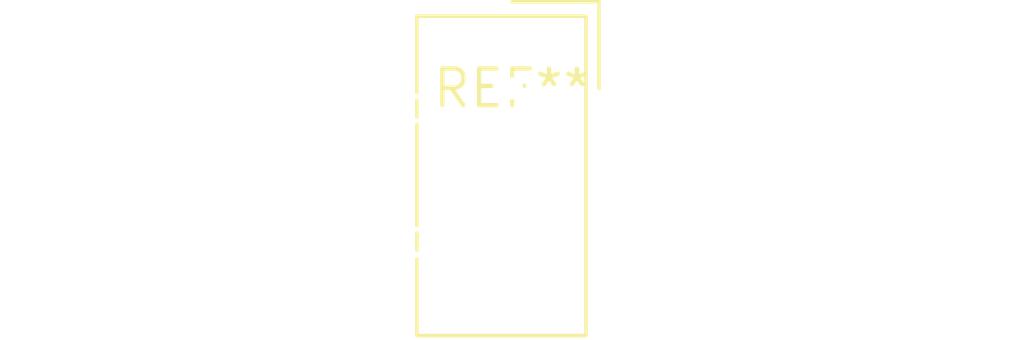
<source format=kicad_pcb>
(kicad_pcb (version 20240108) (generator pcbnew)
  (layers (0 "F.Cu" signal) (31 "B.Cu" signal) (34 "B.Paste" user) (35 "F.Paste" user) (36 "B.SilkS" user "B.Silkscreen") (37 "F.SilkS" user "F.Silkscreen") (38 "B.Mask" user) (39 "F.Mask" user) (44 "Edge.Cuts" user))
  (net 0 "")
  (footprint "NS-Tech_Grove_1x04_P2mm_Vertical" (layer "F.Cu") (at 0 0)
    (property "Reference" "REF**")
    (property "Value" "NS-Tech_Grove_1x04_P2mm_Vertical")
    (fp_line (start -3.3 -2.5) (end -3.3 0.15) (layer "F.SilkS") (stroke (width 0.12)))
    (fp_line (start -3.3 -2.5) (end 2.55 -2.5) (layer "F.SilkS") (stroke (width 0.12)))
    (fp_line (start -3.3 0.4) (end -3.3 1) (layer "F.SilkS") (stroke (width 0.12)))
    (fp_line (start -3.3 1.25) (end -3.3 4.75) (layer "F.SilkS") (stroke (width 0.12)))
    (fp_line (start -3.3 5) (end -3.3 5.6) (layer "F.SilkS") (stroke (width 0.12)))
    (fp_line (start -3.3 5.9) (end -3.3 8.55) (layer "F.SilkS") (stroke (width 0.12)))
    (fp_line (start -3.3 8.55) (end 2.55 8.55) (layer "F.SilkS") (stroke (width 0.12)))
    (fp_line (start 0 -3) (end 3 -3) (layer "F.SilkS") (stroke (width 0.12)))
    (fp_line (start 2.55 -2.5) (end 2.55 8.55) (layer "F.SilkS") (stroke (width 0.12)))
    (fp_line (start 3 -3) (end 3 0) (layer "F.SilkS") (stroke (width 0.12)))
    (pad "1" thru_hole rect (at 0 0) (size 1.524 1.524) (drill 0.762) (layers *.Cu *.Mask) (remove_unused_layers))
    (pad "2" thru_hole circle (at 0 2) (size 1.524 1.524) (drill 0.762) (layers *.Cu *.Mask) (remove_unused_layers))
    (pad "3" thru_hole circle (at 0 4) (size 1.524 1.524) (drill 0.762) (layers *.Cu *.Mask) (remove_unused_layers))
    (pad "4" thru_hole circle (at 0 6) (size 1.524 1.524) (drill 0.762) (layers *.Cu *.Mask) (remove_unused_layers))
  )
)
</source>
